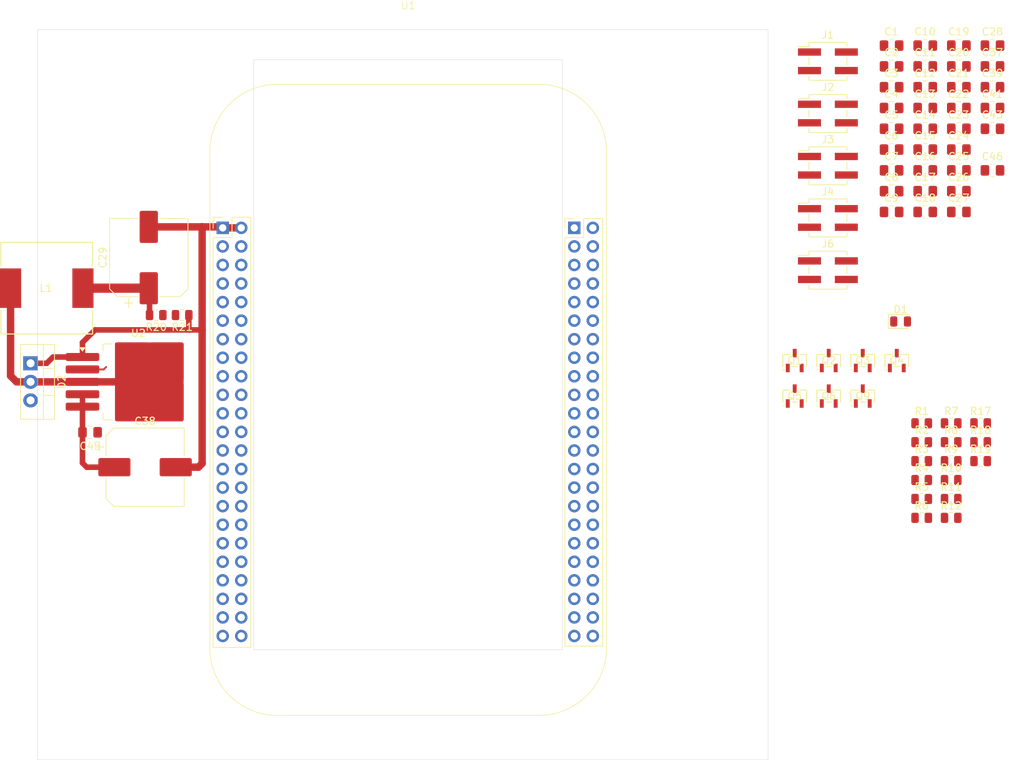
<source format=kicad_pcb>
(kicad_pcb (version 20241229) (generator "pcbnew") (generator_version "9.0")
  (layers (0 "F.Cu" signal) (2 "B.Cu" signal) (13 "F.Paste" user) (15 "B.Paste" user) (5 "F.SilkS" user "F.Silkscreen") (7 "B.SilkS" user "B.Silkscreen") (1 "F.Mask" user) (3 "B.Mask" user) (25 "Edge.Cuts" user))
  (net 0 "")
  (net 1 "+5V")
  (net 2 "GND")
  (net 3 "+3.3V")
  (net 4 "VCC")
  (net 5 "Net-(D1-A)")
  (net 7 "Net-(U2-SW)")
  (net 8 "MPU6050_I2C_SCL")
  (net 9 "MPU6050_I2C_SDA")
  (net 10 "PCA9685_I2C_SCL")
  (net 11 "PCA9685_I2C_SDA")
  (net 12 "HCSR04_TRIG")
  (net 13 "HCSR04_ECHO")
  (net 15 "FAN_PWM1A")
  (net 16 "BBAI_I2C_SCL")
  (net 17 "BBAI_I2C_SDA")
  (net 18 "BBAI_TRIG")
  (net 19 "BBAI_ECHO")
  (net 20 "BBAI_PWM1A")
  (net 21 "Net-(U1-GPIO0_26)")
  (net 22 "Net-(U2-FB)")
  (footprint "automative_hexapod:SOT23" (layer "F.Cu") (at 217.2465 85.4054)
    (property "Reference" "Q3" (at 0 0 0) (layer "F.SilkS"))
    (property "Value" "LN2302LT1G" (hide yes))
    (pad "1" smd rect (at -0.950001 1.016) (size 0.5334 1.1684) (layers "F.Cu" "F.Mask" "F.Paste") (net 3 "+3.3V"))
    (pad "2" smd rect (at 0.950001 1.016) (size 0.5334 1.1684) (layers "F.Cu" "F.Mask" "F.Paste") (net 16 "BBAI_I2C_SCL"))
    (pad "3" smd rect (at 0 -1.016) (size 0.5334 1.1684) (layers "F.Cu" "F.Mask" "F.Paste") (net 10 "PCA9685_I2C_SCL"))
  )
  (footprint "automative_hexapod:Ceramic_Cap_0805" (layer "F.Cu") (at 230.3896 48.0238)
    (property "Reference" "C21" (at 0 -1.9558 0) (layer "F.SilkS"))
    (property "Value" "10uF/16V")
    (pad "1" smd roundrect (at -1.0215 -0.0508) (size 1.175 1.45) (layers "F.Cu" "F.Mask" "F.Paste") (roundrect_rratio 0.212766) (net 2 "GND"))
    (pad "2" smd roundrect (at 1.0535 -0.0508) (size 1.175 1.45) (layers "F.Cu" "F.Mask" "F.Paste") (roundrect_rratio 0.212766) (net 3 "+3.3V"))
  )
  (footprint "automative_hexapod:Ceramic_Cap_0805" (layer "F.Cu") (at 234.9956 59.4126)
    (property "Reference" "C46" (at 0 -1.9558 0) (layer "F.SilkS"))
    (property "Value" "1uF/16V")
    (pad "1" smd roundrect (at -1.0215 -0.0508) (size 1.175 1.45) (layers "F.Cu" "F.Mask" "F.Paste") (roundrect_rratio 0.212766) (net 2 "GND"))
    (pad "2" smd roundrect (at 1.0535 -0.0508) (size 1.175 1.45) (layers "F.Cu" "F.Mask" "F.Paste") (roundrect_rratio 0.212766) (net 1 "+5V"))
  )
  (footprint "automative_hexapod:Res_0805" (layer "F.Cu") (at 225.3175 96.58)
    (property "Reference" "R2" (at 0 -1.65 0) (layer "F.SilkS"))
    (property "Value" "10K/1%/1/8W")
    (pad "1" smd roundrect (at -0.9125 0) (size 1.025 1.4) (layers "F.Cu" "F.Mask" "F.Paste") (roundrect_rratio 0.243902) (net 8 "MPU6050_I2C_SCL"))
    (pad "2" smd roundrect (at 0.9125 0) (size 1.025 1.4) (layers "F.Cu" "F.Mask" "F.Paste") (roundrect_rratio 0.243902) (net 1 "+5V"))
  )
  (footprint "automative_hexapod:Ceramic_Cap_0805" (layer "F.Cu") (at 230.3896 50.871)
    (property "Reference" "C22" (at 0 -1.9558 0) (layer "F.SilkS"))
    (property "Value" "10uF/16V")
    (pad "1" smd roundrect (at -1.0215 -0.0508) (size 1.175 1.45) (layers "F.Cu" "F.Mask" "F.Paste") (roundrect_rratio 0.212766) (net 2 "GND"))
    (pad "2" smd roundrect (at 1.0535 -0.0508) (size 1.175 1.45) (layers "F.Cu" "F.Mask" "F.Paste") (roundrect_rratio 0.212766) (net 3 "+3.3V"))
  )
  (footprint "automative_hexapod:Res_0805" (layer "F.Cu") (at 229.3525 106.94)
    (property "Reference" "R12" (at 0 -1.65 0) (layer "F.SilkS"))
    (property "Value" "10K/1%/1/8W")
    (pad "1" smd roundrect (at -0.9125 0) (size 1.025 1.4) (layers "F.Cu" "F.Mask" "F.Paste") (roundrect_rratio 0.243902) (net 13 "HCSR04_ECHO"))
    (pad "2" smd roundrect (at 0.9125 0) (size 1.025 1.4) (layers "F.Cu" "F.Mask" "F.Paste") (roundrect_rratio 0.243902) (net 1 "+5V"))
  )
  (footprint "automative_hexapod:Res_0805" (layer "F.Cu") (at 229.3525 99.17)
    (property "Reference" "R9" (at 0 -1.65 0) (layer "F.SilkS"))
    (property "Value" "10K/1%/1/8W")
    (pad "1" smd roundrect (at -0.9125 0) (size 1.025 1.4) (layers "F.Cu" "F.Mask" "F.Paste") (roundrect_rratio 0.243902) (net 18 "BBAI_TRIG"))
    (pad "2" smd roundrect (at 0.9125 0) (size 1.025 1.4) (layers "F.Cu" "F.Mask" "F.Paste") (roundrect_rratio 0.243902) (net 3 "+3.3V"))
  )
  (footprint "automative_hexapod:Ceramic_Cap_0805" (layer "F.Cu") (at 230.3896 42.3294)
    (property "Reference" "C19" (at 0 -1.9558 0) (layer "F.SilkS"))
    (property "Value" "100nF/50V")
    (pad "1" smd roundrect (at -1.0215 -0.0508) (size 1.175 1.45) (layers "F.Cu" "F.Mask" "F.Paste") (roundrect_rratio 0.212766) (net 2 "GND"))
    (pad "2" smd roundrect (at 1.0535 -0.0508) (size 1.175 1.45) (layers "F.Cu" "F.Mask" "F.Paste") (roundrect_rratio 0.212766) (net 1 "+5V"))
  )
  (footprint "automative_hexapod:Ceramic_Cap_0805" (layer "F.Cu") (at 225.7836 48.0238)
    (property "Reference" "C12" (at 0 -1.9558 0) (layer "F.SilkS"))
    (property "Value" "100nF/50V")
    (pad "1" smd roundrect (at -1.0215 -0.0508) (size 1.175 1.45) (layers "F.Cu" "F.Mask" "F.Paste") (roundrect_rratio 0.212766) (net 2 "GND"))
    (pad "2" smd roundrect (at 1.0535 -0.0508) (size 1.175 1.45) (layers "F.Cu" "F.Mask" "F.Paste") (roundrect_rratio 0.212766) (net 1 "+5V"))
  )
  (footprint "automative_hexapod:Ceramic_Cap_0805" (layer "F.Cu") (at 230.3896 53.7182)
    (property "Reference" "C23" (at 0 -1.9558 0) (layer "F.SilkS"))
    (property "Value" "100nF/50V")
    (pad "1" smd roundrect (at -1.0215 -0.0508) (size 1.175 1.45) (layers "F.Cu" "F.Mask" "F.Paste") (roundrect_rratio 0.212766) (net 2 "GND"))
    (pad "2" smd roundrect (at 1.0535 -0.0508) (size 1.175 1.45) (layers "F.Cu" "F.Mask" "F.Paste") (roundrect_rratio 0.212766) (net 3 "+3.3V"))
  )
  (footprint "automative_hexapod:Res_0805" (layer "F.Cu") (at 233.3875 93.99)
    (property "Reference" "R17" (at 0 -1.65 0) (layer "F.SilkS"))
    (property "Value" "10K/1%/1/8W")
    (pad "1" smd roundrect (at -0.9125 0) (size 1.025 1.4) (layers "F.Cu" "F.Mask" "F.Paste") (roundrect_rratio 0.243902) (net 20 "BBAI_PWM1A"))
    (pad "2" smd roundrect (at 0.9125 0) (size 1.025 1.4) (layers "F.Cu" "F.Mask" "F.Paste") (roundrect_rratio 0.243902) (net 3 "+3.3V"))
  )
  (footprint "automative_hexapod:IND_CDRH127_LDNP-470MC_SUM" (layer "F.Cu") (at 105.517 75.491)
    (property "Reference" "L1" (at -0.1016 0 0) (layer "F.SilkS"))
    (property "Value" "27uH 5.7A" (hide yes))
    (pad "1" smd rect (at -4.953 0) (size 2.8956 5.4102) (layers "F.Cu" "F.Mask" "F.Paste") (net 7 "Net-(U2-SW)"))
    (pad "2" smd rect (at 4.953 0) (size 2.8956 5.4102) (layers "F.Cu" "F.Mask" "F.Paste") (net 1 "+5V"))
  )
  (footprint "automative_hexapod:PinHeader_2x02_P2.54mm_Vertical_SMD" (layer "F.Cu") (at 212.475 51.58)
    (property "Reference" "J2" (at 0 -3.6 0) (layer "F.SilkS"))
    (property "Value" "Conn_02x02")
    (pad "1" smd rect (at -2.525 -1.27) (size 3.15 1) (layers "F.Cu" "F.Mask" "F.Paste") (net 10 "PCA9685_I2C_SCL"))
    (pad "2" smd rect (at 2.525 -1.27) (size 3.15 1) (layers "F.Cu" "F.Mask" "F.Paste") (net 1 "+5V"))
    (pad "3" smd rect (at -2.525 1.27) (size 3.15 1) (layers "F.Cu" "F.Mask" "F.Paste") (net 11 "PCA9685_I2C_SDA"))
    (pad "4" smd rect (at 2.525 1.27) (size 3.15 1) (layers "F.Cu" "F.Mask" "F.Paste") (net 2 "GND"))
  )
  (footprint "automative_hexapod:Ceramic_Cap_0805" (layer "F.Cu") (at 225.7836 59.4126)
    (property "Reference" "C16" (at 0 -1.9558 0) (layer "F.SilkS"))
    (property "Value" "100nF/50V")
    (pad "1" smd roundrect (at -1.0215 -0.0508) (size 1.175 1.45) (layers "F.Cu" "F.Mask" "F.Paste") (roundrect_rratio 0.212766) (net 2 "GND"))
    (pad "2" smd roundrect (at 1.0535 -0.0508) (size 1.175 1.45) (layers "F.Cu" "F.Mask" "F.Paste") (roundrect_rratio 0.212766) (net 3 "+3.3V"))
  )
  (footprint "automative_hexapod:SOT23" (layer "F.Cu") (at 212.5889 90.2662)
    (property "Reference" "Q6" (at 0 0 0) (layer "F.SilkS"))
    (property "Value" "LN2302LT1G" (hide yes))
    (pad "1" smd rect (at -0.950001 1.016) (size 0.5334 1.1684) (layers "F.Cu" "F.Mask" "F.Paste") (net 3 "+3.3V"))
    (pad "2" smd rect (at 0.950001 1.016) (size 0.5334 1.1684) (layers "F.Cu" "F.Mask" "F.Paste") (net 19 "BBAI_ECHO"))
    (pad "3" smd rect (at 0 -1.016) (size 0.5334 1.1684) (layers "F.Cu" "F.Mask" "F.Paste") (net 13 "HCSR04_ECHO"))
  )
  (footprint "automative_hexapod:Ceramic_Cap_0805" (layer "F.Cu") (at 221.1776 48.0238)
    (property "Reference" "C3" (at 0 -1.9558 0) (layer "F.SilkS"))
    (property "Value" "10uF/16V")
    (pad "1" smd roundrect (at -1.0215 -0.0508) (size 1.175 1.45) (layers "F.Cu" "F.Mask" "F.Paste") (roundrect_rratio 0.212766) (net 2 "GND"))
    (pad "2" smd roundrect (at 1.0535 -0.0508) (size 1.175 1.45) (layers "F.Cu" "F.Mask" "F.Paste") (roundrect_rratio 0.212766) (net 3 "+3.3V"))
  )
  (footprint "automative_hexapod:Res_0805" (layer "F.Cu") (at 225.3175 104.35)
    (property "Reference" "R5" (at 0 -1.65 0) (layer "F.SilkS"))
    (property "Value" "10K/1%/1/8W")
    (pad "1" smd roundrect (at -0.9125 0) (size 1.025 1.4) (layers "F.Cu" "F.Mask" "F.Paste") (roundrect_rratio 0.243902) (net 16 "BBAI_I2C_SCL"))
    (pad "2" smd roundrect (at 0.9125 0) (size 1.025 1.4) (layers "F.Cu" "F.Mask" "F.Paste") (roundrect_rratio 0.243902) (net 3 "+3.3V"))
  )
  (footprint "automative_hexapod:SOT23" (layer "F.Cu") (at 212.5889 85.4054)
    (property "Reference" "Q2" (at 0 0 0) (layer "F.SilkS"))
    (property "Value" "LN2302LT1G" (hide yes))
    (pad "1" smd rect (at -0.950001 1.016) (size 0.5334 1.1684) (layers "F.Cu" "F.Mask" "F.Paste") (net 3 "+3.3V"))
    (pad "2" smd rect (at 0.950001 1.016) (size 0.5334 1.1684) (layers "F.Cu" "F.Mask" "F.Paste") (net 17 "BBAI_I2C_SDA"))
    (pad "3" smd rect (at 0 -1.016) (size 0.5334 1.1684) (layers "F.Cu" "F.Mask" "F.Paste") (net 9 "MPU6050_I2C_SDA"))
  )
  (footprint "automative_hexapod:Ceramic_Cap_0805" (layer "F.Cu") (at 234.9956 48.0238)
    (property "Reference" "C39" (at 0 -1.9558 0) (layer "F.SilkS"))
    (property "Value" "100nF/50V")
    (pad "1" smd roundrect (at -1.0215 -0.0508) (size 1.175 1.45) (layers "F.Cu" "F.Mask" "F.Paste") (roundrect_rratio 0.212766) (net 2 "GND"))
    (pad "2" smd roundrect (at 1.0535 -0.0508) (size 1.175 1.45) (layers "F.Cu" "F.Mask" "F.Paste") (roundrect_rratio 0.212766) (net 3 "+3.3V"))
  )
  (footprint "automative_hexapod:Ceramic_Cap_0805" (layer "F.Cu") (at 230.3896 62.2598)
    (property "Reference" "C26" (at 0 -1.9558 0) (layer "F.SilkS"))
    (property "Value" "10uF/16V")
    (pad "1" smd roundrect (at -1.0215 -0.0508) (size 1.175 1.45) (layers "F.Cu" "F.Mask" "F.Paste") (roundrect_rratio 0.212766) (net 2 "GND"))
    (pad "2" smd roundrect (at 1.0535 -0.0508) (size 1.175 1.45) (layers "F.Cu" "F.Mask" "F.Paste") (roundrect_rratio 0.212766) (net 1 "+5V"))
  )
  (footprint "automative_hexapod:Ceramic_Cap_0805" (layer "F.Cu") (at 225.7836 62.2598)
    (property "Reference" "C17" (at 0 -1.9558 0) (layer "F.SilkS"))
    (property "Value" "10uF/16V")
    (pad "1" smd roundrect (at -1.0215 -0.0508) (size 1.175 1.45) (layers "F.Cu" "F.Mask" "F.Paste") (roundrect_rratio 0.212766) (net 2 "GND"))
    (pad "2" smd roundrect (at 1.0535 -0.0508) (size 1.175 1.45) (layers "F.Cu" "F.Mask" "F.Paste") (roundrect_rratio 0.212766) (net 1 "+5V"))
  )
  (footprint "automative_hexapod:Ceramic_Cap_0805" (layer "F.Cu") (at 221.1776 65.107)
    (property "Reference" "C9" (at 0 -1.9558 0) (layer "F.SilkS"))
    (property "Value" "10uF/16V")
    (pad "1" smd roundrect (at -1.0215 -0.0508) (size 1.175 1.45) (layers "F.Cu" "F.Mask" "F.Paste") (roundrect_rratio 0.212766) (net 2 "GND"))
    (pad "2" smd roundrect (at 1.0535 -0.0508) (size 1.175 1.45) (layers "F.Cu" "F.Mask" "F.Paste") (roundrect_rratio 0.212766) (net 3 "+3.3V"))
  )
  (footprint "automative_hexapod:Ceramic_Cap_0805" (layer "F.Cu") (at 221.1776 45.1766)
    (property "Reference" "C2" (at 0 -1.9558 0) (layer "F.SilkS"))
    (property "Value" "100nF/50V")
    (pad "1" smd roundrect (at -1.0215 -0.0508) (size 1.175 1.45) (layers "F.Cu" "F.Mask" "F.Paste") (roundrect_rratio 0.212766) (net 2 "GND"))
    (pad "2" smd roundrect (at 1.0535 -0.0508) (size 1.175 1.45) (layers "F.Cu" "F.Mask" "F.Paste") (roundrect_rratio 0.212766) (net 1 "+5V"))
  )
  (footprint "automative_hexapod:Res_0805" (layer "F.Cu") (at 225.3175 93.99)
    (property "Reference" "R1" (at 0 -1.65 0) (layer "F.SilkS"))
    (property "Value" "10K/1%/1/8W")
    (pad "1" smd roundrect (at -0.9125 0) (size 1.025 1.4) (layers "F.Cu" "F.Mask" "F.Paste") (roundrect_rratio 0.243902) (net 16 "BBAI_I2C_SCL"))
    (pad "2" smd roundrect (at 0.9125 0) (size 1.025 1.4) (layers "F.Cu" "F.Mask" "F.Paste") (roundrect_rratio 0.243902) (net 3 "+3.3V"))
  )
  (footprint "automative_hexapod:Ceramic_Cap_0805" (layer "F.Cu") (at 230.3896 59.4126)
    (property "Reference" "C25" (at 0 -1.9558 0) (layer "F.SilkS"))
    (property "Value" "10uF/16V")
    (pad "1" smd roundrect (at -1.0215 -0.0508) (size 1.175 1.45) (layers "F.Cu" "F.Mask" "F.Paste") (roundrect_rratio 0.212766) (net 2 "GND"))
    (pad "2" smd roundrect (at 1.0535 -0.0508) (size 1.175 1.45) (layers "F.Cu" "F.Mask" "F.Paste") (roundrect_rratio 0.212766) (net 1 "+5V"))
  )
  (footprint "automative_hexapod:Ceramic_Cap_0805" (layer "F.Cu") (at 221.1776 42.3294)
    (property "Reference" "C1" (at 0 -1.9558 0) (layer "F.SilkS"))
    (property "Value" "10uF/16V")
    (pad "1" smd roundrect (at -1.0215 -0.0508) (size 1.175 1.45) (layers "F.Cu" "F.Mask" "F.Paste") (roundrect_rratio 0.212766) (net 2 "GND"))
    (pad "2" smd roundrect (at 1.0535 -0.0508) (size 1.175 1.45) (layers "F.Cu" "F.Mask" "F.Paste") (roundrect_rratio 0.212766) (net 1 "+5V"))
  )
  (footprint "automative_hexapod:Ceramic_Cap_0805" (layer "F.Cu") (at 234.9956 53.7182)
    (property "Reference" "C43" (at 0 -1.9558 0) (layer "F.SilkS"))
    (property "Value" "100nF/50V")
    (pad "1" smd roundrect (at -1.0215 -0.0508) (size 1.175 1.45) (layers "F.Cu" "F.Mask" "F.Paste") (roundrect_rratio 0.212766) (net 2 "GND"))
    (pad "2" smd roundrect (at 1.0535 -0.0508) (size 1.175 1.45) (layers "F.Cu" "F.Mask" "F.Paste") (roundrect_rratio 0.212766) (net 1 "+5V"))
  )
  (footprint "automative_hexapod:SOT23" (layer "F.Cu") (at 207.9313 90.2662)
    (property "Reference" "Q5" (at 0 0 0) (layer "F.SilkS"))
    (property "Value" "LN2302LT1G" (hide yes))
    (pad "1" smd rect (at -0.950001 1.016) (size 0.5334 1.1684) (layers "F.Cu" "F.Mask" "F.Paste") (net 3 "+3.3V"))
    (pad "2" smd rect (at 0.950001 1.016) (size 0.5334 1.1684) (layers "F.Cu" "F.Mask" "F.Paste") (net 18 "BBAI_TRIG"))
    (pad "3" smd rect (at 0 -1.016) (size 0.5334 1.1684) (layers "F.Cu" "F.Mask" "F.Paste") (net 12 "HCSR04_TRIG"))
  )
  (footprint "automative_hexapod:Ceramic_Cap_0805" (layer "F.Cu") (at 230.3896 56.5654)
    (property "Reference" "C24" (at 0 -1.9558 0) (layer "F.SilkS"))
    (property "Value" "100nF/50V")
    (pad "1" smd roundrect (at -1.0215 -0.0508) (size 1.175 1.45) (layers "F.Cu" "F.Mask" "F.Paste") (roundrect_rratio 0.212766) (net 2 "GND"))
    (pad "2" smd roundrect (at 1.0535 -0.0508) (size 1.175 1.45) (layers "F.Cu" "F.Mask" "F.Paste") (roundrect_rratio 0.212766) (net 3 "+3.3V"))
  )
  (footprint "automative_hexapod:Res_0805" (layer "F.Cu") (at 229.3525 101.76)
    (property "Reference" "R10" (at 0 -1.65 0) (layer "F.SilkS"))
    (property "Value" "10K/1%/1/8W")
    (pad "1" smd roundrect (at -0.9125 0) (size 1.025 1.4) (layers "F.Cu" "F.Mask" "F.Paste") (roundrect_rratio 0.243902) (net 19 "BBAI_ECHO"))
    (pad "2" smd roundrect (at 0.9125 0) (size 1.025 1.4) (layers "F.Cu" "F.Mask" "F.Paste") (roundrect_rratio 0.243902) (net 3 "+3.3V"))
  )
  (footprint "automative_hexapod:Res_0805" (layer "F.Cu") (at 233.3875 99.17)
    (property "Reference" "R19" (at 0 -1.65 0) (layer "F.SilkS"))
    (property "Value" "10K/1%/1/8W")
    (pad "1" smd roundrect (at -0.9125 0) (size 1.025 1.4) (layers "F.Cu" "F.Mask" "F.Paste") (roundrect_rratio 0.243902) (net 15 "FAN_PWM1A"))
    (pad "2" smd roundrect (at 0.9125 0) (size 1.025 1.4) (layers "F.Cu" "F.Mask" "F.Paste") (roundrect_rratio 0.243902) (net 1 "+5V"))
  )
  (footprint "automative_hexapod:Ceramic_Cap_0805" (layer "F.Cu") (at 230.3896 65.107)
    (property "Reference" "C27" (at 0 -1.9558 0) (layer "F.SilkS"))
    (property "Value" "100nF/50V")
    (pad "1" smd roundrect (at -1.0215 -0.0508) (size 1.175 1.45) (layers "F.Cu" "F.Mask" "F.Paste") (roundrect_rratio 0.212766) (net 2 "GND"))
    (pad "2" smd roundrect (at 1.0535 -0.0508) (size 1.175 1.45) (layers "F.Cu" "F.Mask" "F.Paste") (roundrect_rratio 0.212766) (net 1 "+5V"))
  )
  (footprint "automative_hexapod:Ceramic_Cap_0805" (layer "F.Cu") (at 230.3896 45.1766)
    (property "Reference" "C20" (at 0 -1.9558 0) (layer "F.SilkS"))
    (property "Value" "100nF/50V")
    (pad "1" smd roundrect (at -1.0215 -0.0508) (size 1.175 1.45) (layers "F.Cu" "F.Mask" "F.Paste") (roundrect_rratio 0.212766) (net 2 "GND"))
    (pad "2" smd roundrect (at 1.0535 -0.0508) (size 1.175 1.45) (layers "F.Cu" "F.Mask" "F.Paste") (roundrect_rratio 0.212766) (net 1 "+5V"))
  )
  (footprint "automative_hexapod:PinHeader_2x02_P2.54mm_Vertical_SMD" (layer "F.Cu") (at 212.475 44.43)
    (property "Reference" "J1" (at 0 -3.6 0) (layer "F.SilkS"))
    (property "Value" "Conn_02x02")
    (pad "1" smd rect (at -2.525 -1.27) (size 3.15 1) (layers "F.Cu" "F.Mask" "F.Paste") (net 8 "MPU6050_I2C_SCL"))
    (pad "2" smd rect (at 2.525 -1.27) (size 3.15 1) (layers "F.Cu" "F.Mask" "F.Paste") (net 1 "+5V"))
    (pad "3" smd rect (at -2.525 1.27) (size 3.15 1) (layers "F.Cu" "F.Mask" "F.Paste") (net 9 "MPU6050_I2C_SDA"))
    (pad "4" smd rect (at 2.525 1.27) (size 3.15 1) (layers "F.Cu" "F.Mask" "F.Paste") (net 2 "GND"))
  )
  (footprint "automative_hexapod:SOT23" (layer "F.Cu") (at 221.9041 85.4054)
    (property "Reference" "Q4" (at 0 0 0) (layer "F.SilkS"))
    (property "Value" "LN2302LT1G" (hide yes))
    (pad "1" smd rect (at -0.950001 1.016) (size 0.5334 1.1684) (layers "F.Cu" "F.Mask" "F.Paste") (net 3 "+3.3V"))
    (pad "2" smd rect (at 0.950001 1.016) (size 0.5334 1.1684) (layers "F.Cu" "F.Mask" "F.Paste") (net 17 "BBAI_I2C_SDA"))
    (pad "3" smd rect (at 0 -1.016) (size 0.5334 1.1684) (layers "F.Cu" "F.Mask" "F.Paste") (net 11 "PCA9685_I2C_SDA"))
  )
  (footprint "automative_hexapod:Ceramic_Cap_0805" (layer "F.Cu") (at 225.7836 42.3294)
    (property "Reference" "C10" (at 0 -1.9558 0) (layer "F.SilkS"))
    (property "Value" "100nF/50V")
    (pad "1" smd roundrect (at -1.0215 -0.0508) (size 1.175 1.45) (layers "F.Cu" "F.Mask" "F.Paste") (roundrect_rratio 0.212766) (net 2 "GND"))
    (pad "2" smd roundrect (at 1.0535 -0.0508) (size 1.175 1.45) (layers "F.Cu" "F.Mask" "F.Paste") (roundrect_rratio 0.212766) (net 3 "+3.3V"))
  )
  (footprint "automative_hexapod:TO-263-5" (layer "F.Cu") (at 118.06 88.318)
    (property "Reference" "U2" (at 0 -6.65 0) (layer "F.SilkS"))
    (property "Value" "XL4005E1")
    (pad "1" smd roundrect (at -7.65 -3.4) (size 4.6 1.1) (layers "F.Cu" "F.Mask" "F.Paste") (roundrect_rratio 0.227273) (net 2 "GND"))
    (pad "2" smd roundrect (at -7.65 -1.7) (size 4.6 1.1) (layers "F.Cu" "F.Mask" "F.Paste") (roundrect_rratio 0.227273) (net 22 "Net-(U2-FB)"))
    (pad "3" smd roundrect (at -7.65 0) (size 4.6 1.1) (layers "F.Cu" "F.Mask" "F.Paste") (roundrect_rratio 0.227273) (net 7 "Net-(U2-SW)"))
    (pad "3" smd roundrect (at -0.925 -2.775) (size 4.55 5.25) (layers "F.Cu" "F.Paste") (roundrect_rratio 0.054945) (net 7 "Net-(U2-SW)"))
    (pad "3" smd roundrect (at -0.925 2.775) (size 4.55 5.25) (layers "F.Cu" "F.Paste") (roundrect_rratio 0.054945) (net 7 "Net-(U2-SW)"))
    (pad "3" smd roundrect (at 1.5 0) (size 9.4 10.8) (layers "F.Cu" "F.Mask") (roundrect_rratio 0.026596) (net 7 "Net-(U2-SW)"))
    (pad "3" smd roundrect (at 3.925 -2.775) (size 4.55 5.25) (layers "F.Cu" "F.Paste") (roundrect_rratio 0.054945) (net 7 "Net-(U2-SW)"))
    (pad "3" smd roundrect (at 3.925 2.775) (size 4.55 5.25) (layers "F.Cu" "F.Paste") (roundrect_rratio 0.054945) (net 7 "Net-(U2-SW)"))
    (pad "4" smd roundrect (at -7.65 1.7) (size 4.6 1.1) (layers "F.Cu" "F.Mask" "F.Paste") (roundrect_rratio 0.227273) (net 4 "VCC"))
    (pad "5" smd roundrect (at -7.65 3.4) (size 4.6 1.1) (layers "F.Cu" "F.Mask" "F.Paste") (roundrect_rratio 0.227273) (net 4 "VCC"))
  )
  (footprint "automative_hexapod:Res_0805" (layer "F.Cu") (at 124.059 79.174 180)
    (property "Reference" "R21" (at 0 -1.65 0) (layer "F.SilkS"))
    (property "Value" "3K/1%/1/8W")
    (pad "1" smd roundrect (at -0.9125 0 180) (size 1.025 1.4) (layers "F.Cu" "F.Mask" "F.Paste") (roundrect_rratio 0.243902) (net 2 "GND"))
    (pad "2" smd roundrect (at 0.9125 0 180) (size 1.025 1.4) (layers "F.Cu" "F.Mask" "F.Paste") (roundrect_rratio 0.243902) (net 22 "Net-(U2-FB)"))
  )
  (footprint "automative_hexapod:Ceramic_Cap_0805" (layer "F.Cu") (at 221.1776 53.7182)
    (property "Reference" "C5" (at 0 -1.9558 0) (layer "F.SilkS"))
    (property "Value" "10uF/16V")
    (pad "1" smd roundrect (at -1.0215 -0.0508) (size 1.175 1.45) (layers "F.Cu" "F.Mask" "F.Paste") (roundrect_rratio 0.212766) (net 2 "GND"))
    (pad "2" smd roundrect (at 1.0535 -0.0508) (size 1.175 1.45) (layers "F.Cu" "F.Mask" "F.Paste") (roundrect_rratio 0.212766) (net 3 "+3.3V"))
  )
  (footprint "automative_hexapod:Res_0805" (layer "F.Cu") (at 229.3525 93.99)
    (property "Reference" "R7" (at 0 -1.65 0) (layer "F.SilkS"))
    (property "Value" "10K/1%/1/8W")
    (pad "1" smd roundrect (at -0.9125 0) (size 1.025 1.4) (layers "F.Cu" "F.Mask" "F.Paste") (roundrect_rratio 0.243902) (net 10 "PCA9685_I2C_SCL"))
    (pad "2" smd roundrect (at 0.9125 0) (size 1.025 1.4) (layers "F.Cu" "F.Mask" "F.Paste") (roundrect_rratio 0.243902) (net 1 "+5V"))
  )
  (footprint "Capacitor_SMD:CP_Elec_10x10.5" (layer "F.Cu") (at 119.487 71.3 90)
    (property "Reference" "C29" (at 0 -6.3 90) (layer "F.SilkS"))
    (property "Value" "330uF/50V")
    (pad "1" smd roundrect (at -4.2 0 90) (size 4.4 2.5) (layers "F.Cu" "F.Mask" "F.Paste") (roundrect_rratio 0.1) (net 1 "+5V"))
    (pad "2" smd roundrect (at 4.2 0 90) (size 4.4 2.5) (layers "F.Cu" "F.Mask" "F.Paste") (roundrect_rratio 0.1) (net 2 "GND"))
  )
  (footprint "Capacitor_SMD:CP_Elec_10x10.5" (layer "F.Cu") (at 118.979 100.002)
    (property "Reference" "C38" (at 0 -6.3 0) (layer "F.SilkS"))
    (property "Value" "220uF/50V")
    (pad "1" smd roundrect (at -4.2 0) (size 4.4 2.5) (layers "F.Cu" "F.Mask" "F.Paste") (roundrect_rratio 0.1) (net 4 "VCC"))
    (pad "2" smd roundrect (at 4.2 0) (size 4.4 2.5) (layers "F.Cu" "F.Mask" "F.Paste") (roundrect_rratio 0.1) (net 2 "GND"))
  )
  (footprint "automative_hexapod:PinHeader_2x02_P2.54mm_Vertical_SMD" (layer "F.Cu") (at 212.475 58.73)
    (property "Reference" "J3" (at 0 -3.6 0) (layer "F.SilkS"))
    (property "Value" "Conn_02x02")
    (pad "1" smd rect (at -2.525 -1.27) (size 3.15 1) (layers "F.Cu" "F.Mask" "F.Paste") (net 10 "PCA9685_I2C_SCL"))
    (pad "2" smd rect (at 2.525 -1.27) (size 3.15 1) (layers "F.Cu" "F.Mask" "F.Paste") (net 1 "+5V"))
    (pad "3" smd rect (at -2.525 1.27) (size 3.15 1) (layers "F.Cu" "F.Mask" "F.Paste") (net 11 "PCA9685_I2C_SDA"))
    (pad "4" smd rect (at 2.525 1.27) (size 3.15 1) (layers "F.Cu" "F.Mask" "F.Paste") (net 2 "GND"))
  )
  (footprint "automative_hexapod:Res_0805" (layer "F.Cu") (at 229.3525 96.58)
    (property "Reference" "R8" (at 0 -1.65 0) (layer "F.SilkS"))
    (property "Value" "10K/1%/1/8W")
    (pad "1" smd roundrect (at -0.9125 0) (size 1.025 1.4) (layers "F.Cu" "F.Mask" "F.Paste") (roundrect_rratio 0.243902) (net 11 "PCA9685_I2C_SDA"))
    (pad "2" smd roundrect (at 0.9125 0) (size 1.025 1.4) (layers "F.Cu" "F.Mask" "F.Paste") (roundrect_rratio 0.243902) (net 1 "+5V"))
  )
  (footprint "automative_hexapod:Ceramic_Cap_0805" (layer "F.Cu") (at 225.7836 50.871)
    (property "Reference" "C13" (at 0 -1.9558 0) (layer "F.SilkS"))
    (property "Value" "10uF/16V")
    (pad "1" smd roundrect (at -1.0215 -0.0508) (size 1.175 1.45) (layers "F.Cu" "F.Mask" "F.Paste") (roundrect_rratio 0.212766) (net 2 "GND"))
    (pad "2" smd roundrect (at 1.0535 -0.0508) (size 1.175 1.45) (layers "F.Cu" "F.Mask" "F.Paste") (roundrect_rratio 0.212766) (net 3 "+3.3V"))
  )
  (footprint "automative_hexapod:Res_0805" (layer "F.Cu") (at 233.3875 96.58)
    (property "Reference" "R18" (at 0 -1.65 0) (layer "F.SilkS"))
    (property "Value" "1K/1%/1/8W")
    (pad "1" smd roundrect (at -0.9125 0) (size 1.025 1.4) (layers "F.Cu" "F.Mask" "F.Paste") (roundrect_rratio 0.243902) (net 21 "Net-(U1-GPIO0_26)"))
    (pad "2" smd roundrect (at 0.9125 0) (size 1.025 1.4) (layers "F.Cu" "F.Mask" "F.Paste") (roundrect_rratio 0.243902) (net 5 "Net-(D1-A)"))
  )
  (footprint "automative_hexapod:Res_0805" (layer "F.Cu") (at 225.3175 106.94)
    (property "Reference" "R6" (at 0 -1.65 0) (layer "F.SilkS"))
    (property "Value" "10K/1%/1/8W")
    (pad "1" smd roundrect (at -0.9125 0) (size 1.025 1.4) (layers "F.Cu" "F.Mask" "F.Paste") (roundrect_rratio 0.243902) (net 17 "BBAI_I2C_SDA"))
    (pad "2" smd roundrect (at 0.9125 0) (size 1.025 1.4) (layers "F.Cu" "F.Mask" "F.Paste") (roundrect_rratio 0.243902) (net 3 "+3.3V"))
  )
  (footprint "automative_hexapod:Res_0805" (layer "F.Cu") (at 225.3175 101.76)
    (property "Reference" "R4" (at 0 -1.65 0) (layer "F.SilkS"))
    (property "Value" "10K/1%/1/8W")
    (pad "1" smd roundrect (at -0.9125 0) (size 1.025 1.4) (layers "F.Cu" "F.Mask" "F.Paste") (roundrect_rratio 0.243902) (net 9 "MPU6050_I2C_SDA"))
    (pad "2" smd roundrect (at 0.9125 0) (size 1.025 1.4) (layers "F.Cu" "F.Mask" "F.Paste") (roundrect_rratio 0.243902) (net 1 "+5V"))
  )
  (footprint "automative_hexapod:Ceramic_Cap_0805" (layer "F.Cu") (at 225.7836 45.1766)
    (property "Reference" "C11" (at 0 -1.9558 0) (layer "F.SilkS"))
    (property "Value" "10uF/16V")
    (pad "1" smd roundrect (at -1.0215 -0.0508) (size 1.175 1.45) (layers "F.Cu" "F.Mask" "F.Paste") (roundrect_rratio 0.212766) (net 2 "GND"))
    (pad "2" smd roundrect (at 1.0535 -0.0508) (size 1.175 1.45) (layers "F.Cu" "F.Mask" "F.Paste") (roundrect_rratio 0.212766) (net 1 "+5V"))
  )
  (footprint "automative_hexapod:Res_0805" (layer "F.Cu") (at 229.3525 104.35)
    (property "Reference" "R11" (at 0 -1.65 0) (layer "F.SilkS"))
    (property "Value" "10K/1%/1/8W")
    (pad "1" smd roundrect (at -0.9125 0) (size 1.025 1.4) (layers "F.Cu" "F.Mask" "F.Paste") (roundrect_rratio 0.243902) (net 12 "HCSR04_TRIG"))
    (pad "2" smd roundrect (at 0.9125 0) (size 1.025 1.4) (layers "F.Cu" "F.Mask" "F.Paste") (roundrect_rratio 0.243902) (net 1 "+5V"))
  )
  (footprint "automative_hexapod:SOT23" (layer "F.Cu") (at 207.9313 85.4054)
    (property "Reference" "Q1" (at 0 0 0) (layer "F.SilkS"))
    (property "Value" "LN2302LT1G" (hide yes))
    (pad "1" smd rect (at -0.950001 1.016) (size 0.5334 1.1684) (layers "F.Cu" "F.Mask" "F.Paste") (net 3 "+3.3V"))
    (pad "2" smd rect (at 0.950001 1.016) (size 0.5334 1.1684) (layers "F.Cu" "F.Mask" "F.Paste") (net 16 "BBAI_I2C_SCL"))
    (pad "3" smd rect (at 0 -1.016) (size 0.5334 1.1684) (layers "F.Cu" "F.Mask" "F.Paste") (net 8 "MPU6050_I2C_SCL"))
  )
  (footprint "automative_hexapod:BeagleBone_AI" (layer "F.Cu") (at 155.01 95.176)
    (property "Reference" "U1" (at 0 -58.38 0) (layer "F.SilkS") (effects (font (thickness 0.1))))
    (property "Value" "~")
    (pad "P8_1" thru_hole rect (at 22.74 -27.94) (size 1.7 1.7) (drill 1) (layers "*.Cu" "*.Mask"))
    (pad "P8_2" thru_hole oval (at 25.28 -27.94) (size 1.7 1.7) (drill 1) (layers "*.Cu" "*.Mask"))
    (pad "P8_3" thru_hole oval (at 22.74 -25.4) (size 1.7 1.7) (drill 1) (layers "*.Cu" "*.Mask"))
    (pad "P8_4" thru_hole oval (at 25.28 -25.4) (size 1.7 1.7) (drill 1) (layers "*.Cu" "*.Mask"))
    (pad "P8_5" thru_hole oval (at 22.74 -22.86) (size 1.7 1.7) (drill 1) (layers "*.Cu" "*.Mask"))
    (pad "P8_6" thru_hole oval (at 25.28 -22.86) (size 1.7 1.7) (drill 1) (layers "*.Cu" "*.Mask"))
    (pad "P8_7" thru_hole oval (at 22.74 -20.32) (size 1.7 1.7) (drill 1) (layers "*.Cu" "*.Mask"))
    (pad "P8_8" thru_hole oval (at 25.28 -20.32) (size 1.7 1.7) (drill 1) (layers "*.Cu" "*.Mask"))
    (pad "P8_9" thru_hole oval (at 22.74 -17.78) (size 1.7 1.7) (drill 1) (layers "*.Cu" "*.Mask"))
    (pad "P8_10" thru_hole oval (at 25.28 -17.78) (size 1.7 1.7) (drill 1) (layers "*.Cu" "*.Mask"))
    (pad "P8_11" thru_hole oval (at 22.74 -15.24) (size 1.7 1.7) (drill 1) (layers "*.Cu" "*.Mask"))
    (pad "P8_12" thru_hole oval (at 25.28 -15.24) (size 1.7 1.7) (drill 1) (layers "*.Cu" "*.Mask"))
    (pad "P8_13" thru_hole oval (at 22.74 -12.7) (size 1.7 1.7) (drill 1) (layers "*.Cu" "*.Mask"))
    (pad "P8_14" thru_hole oval (at 25.28 -12.7) (size 1.7 1.7) (drill 1) (layers "*.Cu" "*.Mask") (net 21 "Net-(U1-GPIO0_26)"))
    (pad "P8_15" thru_hole oval (at 22.74 -10.16) (size 1.7 1.7) (drill 1) (layers "*.Cu" "*.Mask"))
    (pad "P8_16" thru_hole oval (at 25.28 -10.16) (size 1.7 1.7) (drill 1) (layers "*.Cu" "*.Mask"))
    (pad "P8_17" thru_hole oval (at 22.74 -7.62) (size 1.7 1.7) (drill 1) (layers "*.Cu" "*.Mask"))
    (pad "P8_18" thru_hole oval (at 25.28 -7.62) (size 1.7 1.7) (drill 1) (layers "*.Cu" "*.Mask"))
    (pad "P8_19" thru_hole oval (at 22.74 -5.08) (size 1.7 1.7) (drill 1) (layers "*.Cu" "*.Mask"))
    (pad "P8_20" thru_hole oval (at 25.28 -5.08) (size 1.7 1.7) (drill 1) (layers "*.Cu" "*.Mask"))
    (pad "P8_21" thru_hole oval (at 22.74 -2.54) (size 1.7 1.7) (drill 1) (layers "*.Cu" "*.Mask"))
    (pad "P8_22" thru_hole oval (at 25.28 -2.54) (size 1.7 1.7) (drill 1) (layers "*.Cu" "*.Mask"))
    (pad "P8_23" thru_hole oval (at 22.74 0) (size 1.7 1.7) (drill 1) (layers "*.Cu" "*.Mask"))
    (pad "P8_24" thru_hole oval (at 25.28 0) (size 1.7 1.7) (drill 1) (layers "*.Cu" "*.Mask"))
    (pad "P8_25" thru_hole oval (at 22.74 2.54) (size 1.7 1.7) (drill 1) (layers "*.Cu" "*.Mask"))
    (pad "P8_26" thru_hole oval (at 25.28 2.54) (size 1.7 1.7) (drill 1) (layers "*.Cu" "*.Mask"))
    (pad "P8_27" thru_hole oval (at 22.74 5.08) (size 1.7 1.7) (drill 1) (layers "*.Cu" "*.Mask"))
    (pad "P8_28" thru_hole oval (at 25.28 5.08) (size 1.7 1.7) (drill 1) (layers "*.Cu" "*.Mask"))
    (pad "P8_29" thru_hole oval (at 22.74 7.62) (size 1.7 1.7) (drill 1) (layers "*.Cu" "*.Mask"))
    (pad "P8_30" thru_hole oval (at 25.28 7.62) (size 1.7 1.7) (drill 1) (layers "*.Cu" "*.Mask"))
    (pad "P8_31" thru_hole oval (at 22.74 10.16) (size 1.7 1.7) (drill 1) (layers "*.Cu" "*.Mask"))
    (pad "P8_32" thru_hole oval (at 25.28 10.16) (size 1.7 1.7) (drill 1) (layers "*.Cu" "*.Mask"))
    (pad "P8_33" thru_hole oval (at 22.74 12.7) (size 1.7 1.7) (drill 1) (layers "*.Cu" "*.Mask"))
    (pad "P8_34" thru_hole oval (at 25.28 12.7) (size 1.7 1.7) (drill 1) (layers "*.Cu" "*.Mask"))
    (pad "P8_35" thru_hole oval (at 22.74 15.24) (size 1.7 1.7) (drill 1) (layers "*.Cu" "*.Mask"))
    (pad "P8_36" thru_hole oval (at 25.28 15.24) (size 1.7 1.7) (drill 1) (layers "*.Cu" "*.Mask"))
    (pad "P8_37" thru_hole circle (at 22.74 17.78) (size 1.7 1.7) (drill 1) (layers "*.Cu" "*.Mask"))
    (pad "P8_38" thru_hole oval (at 25.28 17.78) (size 1.7 1.7) (drill 1) (layers "*.Cu" "*.Mask"))
    (pad "P8_39" thru_hole oval (at 22.74 20.32) (size 1.7 1.7) (drill 1) (layers "*.Cu" "*.Mask"))
    (pad "P8_40" thru_hole oval (at 25.28 20.32) (size 1.7 1.7) (drill 1) (layers "*.Cu" "*.Mask"))
    (pad "P8_41" thru_hole oval (at 22.74 22.86) (size 1.7 1.7) (drill 1) (layers "*.Cu" "*.Mask"))
    (pad "P8_42" thru_hole oval (at 25.28 22.86) (size 1.7 1.7) (drill 1) (layers "*.Cu" "*.Mask"))
    (pad "P8_43" thru_hole oval (at 22.74 25.4) (size 1.7 1.7) (drill 1) (layers "*.Cu" "*.Mask"))
    (pad "P8_44" thru_hole oval (at 25.28 25.4) (size 1.7 1.7) (drill 1) (layers "*.Cu" "*.Mask"))
    (pad "P8_45" thru_hole oval (at 22.74 27.94) (size 1.7 1.7) (drill 1) (layers "*.Cu" "*.Mask"))
    (pad "P8_46" thru_hole oval (at 25.28 27.94) (size 1.7 1.7) (drill 1) (layers "*.Cu" "*.Mask"))
    (pad "P9_1" thru_hole rect (at -25.4 -27.94) (size 1.7 1.7) (drill 1) (layers "*.Cu" "*.Mask") (net 2 "GND"))
    (pad "P9_2" thru_hole oval (at -22.86 -27.94) (size 1.7 1.7) (drill 1) (layers "*.Cu" "*.Mask") (net 2 "GND"))
    (pad "P9_3" thru_hole oval (at -25.4 -25.4) (size 1.7 1.7) (drill 1) (layers "*.Cu" "*.Mask") (net 3 "+3.3V"))
    (pad "P9_4" thru_hole oval (at -22.86 -25.4) (size 1.7 1.7) (drill 1) (layers "*.Cu" "*.Mask") (net 3 "+3.3V"))
    (pad "P9_5" thru_hole oval (at -25.4 -22.86) (size 1.7 1.7) (drill 1) (layers "*.Cu" "*.Mask") (net 1 "+5V"))
    (pad "P9_6" thru_hole oval (at -22.86 -22.86) (size 1.7 1.7) (drill 1) (layers "*.Cu" "*.Mask") (net 1 "+5V"))
    (pad "P9_7" thru_hole oval (at -25.4 -20.32) (size 1.7 1.7) (drill 1) (layers "*.Cu" "*.Mask"))
    (pad "P9_8" thru_hole oval (at -22.86 -20.32) (size 1.7 1.7) (drill 1) (layers "*.Cu" "*.Mask"))
    (pad "P9_9" thru_hole oval (at -25.4 -17.78) (size 1.7 1.7) (drill 1) (layers "*.Cu" "*.Mask"))
    (pad "P9_10" thru_hole oval (at -22.86 -17.78) (size 1.7 1.7) (drill 1) (layers "*.Cu" "*.Mask"))
    (pad "P9_11" thru_hole oval (at -25.4 -15.24) (size 1.7 1.7) (drill 1) (layers "*.Cu" "*.Mask"))
    (pad "P9_12" thru_hole oval (at -22.86 -15.24) (size 1.7 1.7) (drill 1) (layers "*.Cu" "*.Mask") (net 18 "BBAI_TRIG"))
    (pad "P9_13" thru_hole oval (at -25.4 -12.7) (size 1.7 1.7) (drill 1) (layers "*.Cu" "*.Mask"))
    (pad "P9_14" thru_hole oval (at -22.86 -12.7) (size 1.7 1.7) (drill 1) (layers "*.Cu" "*.Mask") (net 20 "BBAI_PWM1A"))
    (pad "P9_15" thru_hole oval (at -25.4 -10.16) (size 1.7 1.7) (drill 1) (layers "*.Cu" "*.Mask") (net 19 "BBAI_ECHO"))
    (pad "P9_16" thru_hole oval (at -22.86 -10.16) (size 1.7 1.7) (drill 1) (layers "*.Cu" "*.Mask"))
    (pad "P9_17" thru_hole oval (at -25.4 -7.62) (size 1.7 1.7) (drill 1) (layers "*.Cu" "*.Mask"))
    (pad "P9_18" thru_hole oval (at -22.86 -7.62) (size 1.7 1.7) (drill 1) (layers "*.Cu" "*.Mask"))
    (pad "P9_19" thru_hole oval (at -25.4 -5.08) (size 1.7 1.7) (drill 1) (layers "*.Cu" "*.Mask") (net 16 "BBAI_I2C_SCL"))
    (pad "P9_20" thru_hole oval (at -22.86 -5.08) (size 1.7 1.7) (drill 1) (layers "*.Cu" "*.Mask") (net 17 "BBAI_I2C_SDA"))
    (pad "P9_21" thru_hole oval (at -25.4 -2.54) (size 1.7 1.7) (drill 1) (layers "*.Cu" "*.Mask"))
    (pad "P9_22" thru_hole oval (at -22.86 -2.54) (size 1.7 1.7) (drill 1) (layers "*.Cu" "*.Mask"))
    (pad "P9_23" thru_hole oval (at -25.4 0) (size 1.7 1.7) (drill 1) (layers "*.Cu" "*.Mask"))
    (pad "P9_24" thru_hole oval (at -22.86 0) (size 1.7 1.7) (drill 1) (layers "*.Cu" "*.Mask"))
    (pad "P9_25" thru_hole oval (at -25.4 2.54) (size 1.7 1.7) (drill 1) (layers "*.Cu" "*.Mask"))
    (pad "P9_26" thru_hole oval (at -22.86 2.54) (size 1.7 1.7) (drill 1) (layers "*.Cu" "*.Mask"))
    (pad "P9_27" thru_hole oval (at -25.4 5.08) (size 1.7 1.7) (drill 1) (layers "*.Cu" "*.Mask"))
    (pad "P9_28" thru_hole oval (at -22.86 5.08) (size 1.7 1.7) (drill 1) (layers "*.Cu" "*.Mask"))
    (pad "P9_29" thru_hole oval (at -25.4 7.62) (size 1.7 1.7) (drill 1) (layers "*.Cu" "*.Mask"))
    (pad "P9_30" thru_hole oval (at -22.86 7.62) (size 1.7 1.7) (drill 1) (layers "*.Cu" "*.Mask"))
    (pad "P9_31" thru_hole oval (at -25.4 10.16) (size 1.7 1.7) (drill 1) (layers "*.Cu" "*.Mask"))
    (pad "P9_32" thru_hole oval (at -22.86 10.16) (size 1.7 1.7) (drill 1) (layers "*.Cu" "*.Mask"))
    (pad "P9_33" thru_hole oval (at -25.4 12.7) (size 1.7 1.7) (drill 1) (layers "*.Cu" "*.Mask"))
    (pad "P9_34" thru_hole oval (at -22.86 12.7) (size 1.7 1.7) (drill 1) (layers "*.Cu" "*.Mask"))
    (pad "P9_35" thru_hole oval (at -25.4 15.24) (size 1.7 1.7) (drill 1) (layers "*.Cu" "*.Mask"))
    (pad "P9_36" thru_hole oval (at -22.86 15.24) (size 1.7 1.7) (drill 1) (layers "*.Cu" "*.Mask"))
    (pad "P9_37" thru_hole circle (at -25.4 17.78) (size 1.7 1.7) (drill 1) (layers "*.Cu" "*.Mask"))
    (pad "P9_38" thru_hole oval (at -22.86 17.78) (size 1.7 1.7) (drill 1) (layers "*.Cu" "*.Mask"))
    (pad "P9_39" thru_hole oval (at -25.4 20.32) (size 1.7 1.7) (drill 1) (layers "*.Cu" "*.Mask"))
    (pad "P9_40" thru_hole oval (at -22.86 20.32) (size 1.7 1.7) (drill 1) (layers "*.Cu" "*.Mask"))
    (pad "P9_41" thru_hole oval (at -25.4 22.86) (size 1.7 1.7) (drill 1) (layers "*.Cu" "*.Mask"))
    (pad "P9_42" thru_hole oval (at -22.86 22.86) (size 1.7 1.7) (drill 1) (layers "*.Cu" "*.Mask"))
    (pad "P9_43" thru_hole oval (at -25.4 25.4) (size 1.7 1.7) (drill 1) (layers "*.Cu" "*.Mask"))
    (pad "P9_44" thru_hole oval (at -22.86 25.4) (size 1.7 1.7) (drill 1) (layers "*.Cu" "*.Mask"))
    (pad "P9_45" thru_hole oval (at -25.4 27.94) (size 1.7 1.7) (drill 1) (layers "*.Cu" "*.Mask"))
    (pad "P9_46" thru_hole oval (at -22.86 27.94) (size 1.7 1.7) (drill 1) (layers "*.Cu" "*.Mask"))
  )
  (footprint "automative_hexapod:Ceramic_Cap_0805" (layer "F.Cu") (at 225.7836 56.5654)
    (property "Reference" "C15" (at 0 -1.9558 0) (layer "F.SilkS"))
    (property "Value" "100nF/50V")
    (pad "1" smd roundrect (at -1.0215 -0.0508) (size 1.175 1.45) (layers "F.Cu" "F.Mask" "F.Paste") (roundrect_rratio 0.212766) (net 2 "GND"))
    (pad "2" smd roundrect (at 1.0535 -0.0508) (size 1.175 1.45) (layers "F.Cu" "F.Mask" "F.Paste") (roundrect_rratio 0.212766) (net 3 "+3.3V"))
  )
  (footprint "automative_hexapod:Res_0805" (layer "F.Cu") (at 225.3175 99.17)
    (property "Reference" "R3" (at 0 -1.65 0) (layer "F.SilkS"))
    (property "Value" "10K/1%/1/8W")
    (pad "1" smd roundrect (at -0.9125 0) (size 1.025 1.4) (layers "F.Cu" "F.Mask" "F.Paste") (roundrect_rratio 0.243902) (net 17 "BBAI_I2C_SDA"))
    (pad "2" smd roundrect (at 0.9125 0) (size 1.025 1.4) (layers "F.Cu" "F.Mask" "F.Paste") (roundrect_rratio 0.243902) (net 3 "+3.3V"))
  )
  (footprint "automative_hexapod:SOT23" (layer "F.Cu") (at 217.2465 90.2662)
    (property "Reference" "Q9" (at 0 0 0) (layer "F.SilkS"))
    (property "Value" "LN2302LT1G" (hide yes))
    (pad "1" smd rect (at -0.950001 1.016) (size 0.5334 1.1684) (layers "F.Cu" "F.Mask" "F.Paste") (net 3 "+3.3V"))
    (pad "2" smd rect (at 0.950001 1.016) (size 0.5334 1.1684) (layers "F.Cu" "F.Mask" "F.Paste") (net 20 "BBAI_PWM1A"))
    (pad "3" smd rect (at 0 -1.016) (size 0.5334 1.1684) (layers "F.Cu" "F.Mask" "F.Paste") (net 15 "FAN_PWM1A"))
  )
  (footprint "automative_hexapod:Ceramic_Cap_0805" (layer "F.Cu") (at 225.7836 53.7182)
    (property "Reference" "C14" (at 0 -1.9558 0) (layer "F.SilkS"))
    (property "Value" "10uF/16V")
    (pad "1" smd roundrect (at -1.0215 -0.0508) (size 1.175 1.45) (layers "F.Cu" "F.Mask" "F.Paste") (roundrect_rratio 0.212766) (net 2 "GND"))
    (pad "2" smd roundrect (at 1.0535 -0.0508) (size 1.175 1.45) (layers "F.Cu" "F.Mask" "F.Paste") (roundrect_rratio 0.212766) (net 3 "+3.3V"))
  )
  (footprint "automative_hexapod:Ceramic_Cap_0805" (layer "F.Cu") (at 234.9956 45.1766)
    (property "Reference" "C37" (at 0 -1.9558 0) (layer "F.SilkS"))
    (property "Value" "10uF/16V")
    (pad "1" smd roundrect (at -1.0215 -0.0508) (size 1.175 1.45) (layers "F.Cu" "F.Mask" "F.Paste") (roundrect_rratio 0.212766) (net 2 "GND"))
    (pad "2" smd roundrect (at 1.0535 -0.0508) (size 1.175 1.45) (layers "F.Cu" "F.Mask" "F.Paste") (roundrect_rratio 0.212766) (net 3 "+3.3V"))
  )
  (footprint "automative_hexapod:Ceramic_Cap_0805" (layer "F.Cu") (at 221.1776 50.871)
    (property "Reference" "C4" (at 0 -1.9558 0) (layer "F.SilkS"))
    (property "Value" "100nF/50V")
    (pad "1" smd roundrect (at -1.0215 -0.0508) (size 1.175 1.45) (layers "F.Cu" "F.Mask" "F.Paste") (roundrect_rratio 0.212766) (net 2 "GND"))
    (pad "2" smd roundrect (at 1.0535 -0.0508) (size 1.175 1.45) (layers "F.Cu" "F.Mask" "F.Paste") (roundrect_rratio 0.212766) (net 3 "+3.3V"))
  )
  (footprint "automative_hexapod:LED_0805" (layer "F.Cu") (at 222.4275 80.055)
    (property "Reference" "D1" (at 0 -1.65 0) (layer "F.SilkS"))
    (property "Value" "LED_0805")
    (pad "1" smd roundrect (at -0.9375 0) (size 0.975 1.4) (layers "F.Cu" "F.Mask" "F.Paste") (net 2 "GND"))
    (pad "2" smd roundrect (at 0.9375 0) (size 0.975 1.4) (layers "F.Cu" "F.Mask" "F.Paste") (net 5 "Net-(D1-A)"))
  )
  (footprint "automative_hexapod:TO-220-3" (layer "F.Cu") (at 103.302 85.778 -90)
    (property "Reference" "D2" (at 2.54 -4.27 90) (layer "F.SilkS"))
    (property "Value" "MBR20100CT")
    (pad "1" thru_hole rect (at 0 0 270) (size 1.905 2) (drill 1.1) (layers "*.Cu" "*.Mask") (net 2 "GND"))
    (pad "2" thru_hole oval (at 2.54 0 270) (size 1.905 2) (drill 1.1) (layers "*.Cu" "*.Mask") (net 7 "Net-(U2-SW)"))
    (pad "3" thru_hole oval (at 5.08 0 270) (size 1.905 2) (drill 1.1) (layers "*.Cu" "*.Mask"))
  )
  (footprint "automative_hexapod:Ceramic_Cap_0805" (layer "F.Cu") (at 225.7836 65.107)
    (property "Reference" "C18" (at 0 -1.9558 0) (layer "F.SilkS"))
    (property "Value" "10uF/16V")
    (pad "1" smd roundrect (at -1.0215 -0.0508) (size 1.175 1.45) (layers "F.Cu" "F.Mask" "F.Paste") (roundrect_rratio 0.212766) (net 2 "GND"))
    (pad "2" smd roundrect (at 1.0535 -0.0508) (size 1.175 1.45) (layers "F.Cu" "F.Mask" "F.Paste") (roundrect_rratio 0.212766) (net 1 "+5V"))
  )
  (footprint "automative_hexapod:Res_0805" (layer "F.Cu") (at 120.503 79.174 180)
    (property "Reference" "R20" (at 0 -1.65 0) (layer "F.SilkS"))
    (property "Value" "16K/1%/1/8W")
    (pad "1" smd roundrect (at -0.9125 0 180) (size 1.025 1.4) (layers "F.Cu" "F.Mask" "F.Paste") (roundrect_rratio 0.243902) (net 22 "Net-(U2-FB)"))
    (pad "2" smd roundrect (at 0.9125 0 180) (size 1.025 1.4) (layers "F.Cu" "F.Mask" "F.Paste") (roundrect_rratio 0.243902) (net 1 "+5V"))
  )
  (footprint "automative_hexapod:Ceramic_Cap_0805" (layer "F.Cu") (at 221.1776 62.2598)
    (property "Reference" "C8" (at 0 -1.9558 0) (layer "F.SilkS"))
    (property "Value" "100nF/50V")
    (pad "1" smd roundrect (at -1.0215 -0.0508) (size 1.175 1.45) (layers "F.Cu" "F.Mask" "F.Paste") (roundrect_rratio 0.212766) (net 2 "GND"))
    (pad "2" smd roundrect (at 1.0535 -0.0508) (size 1.175 1.45) (layers "F.Cu" "F.Mask" "F.Paste") (roundrect_rratio 0.212766) (net 1 "+5V"))
  )
  (footprint "automative_hexapod:Ceramic_Cap_0805" (layer "F.Cu") (at 221.1776 56.5654)
    (property "Reference" "C6" (at 0 -1.9558 0) (layer "F.SilkS"))
    (property "Value" "100nF/50V")
    (pad "1" smd roundrect (at -1.0215 -0.0508) (size 1.175 1.45) (layers "F.Cu" "F.Mask" "F.Paste") (roundrect_rratio 0.212766) (net 2 "GND"))
    (pad "2" smd roundrect (at 1.0535 -0.0508) (size 1.175 1.45) (layers "F.Cu" "F.Mask" "F.Paste") (roundrect_rratio 0.212766) (net 3 "+3.3V"))
  )
  (footprint "automative_hexapod:Ceramic_Cap_0805" (layer "F.Cu") (at 234.9956 42.3294)
    (property "Reference" "C28" (at 0 -1.9558 0) (layer "F.SilkS"))
    (property "Value" "100nF/50V")
    (pad "1" smd roundrect (at -1.0215 -0.0508) (size 1.175 1.45) (layers "F.Cu" "F.Mask" "F.Paste") (roundrect_rratio 0.212766) (net 2 "GND"))
    (pad "2" smd roundrect (at 1.0535 -0.0508) (size 1.175 1.45) (layers "F.Cu" "F.Mask" "F.Paste") (roundrect_rratio 0.212766) (net 1 "+5V"))
  )
  (footprint "automative_hexapod:Ceramic_Cap_0805" (layer "F.Cu") (at 234.9956 50.871)
    (property "Reference" "C41" (at 0 -1.9558 0) (layer "F.SilkS"))
    (property "Value" "10uF/16V")
    (pad "1" smd roundrect (at -1.0215 -0.0508) (size 1.175 1.45) (layers "F.Cu" "F.Mask" "F.Paste") (roundrect_rratio 0.212766) (net 2 "GND"))
    (pad "2" smd roundrect (at 1.0535 -0.0508) (size 1.175 1.45) (layers "F.Cu" "F.Mask" "F.Paste") (roundrect_rratio 0.212766) (net 1 "+5V"))
  )
  (footprint "automative_hexapod:PinHeader_2x02_P2.54mm_Vertical_SMD" (layer "F.Cu") (at 212.475 73.03)
    (property "Reference" "J6" (at 0 -3.6 0) (layer "F.SilkS"))
    (property "Value" "Conn_02x02")
    (pad "1" smd rect (at -2.525 -1.27) (size 3.15 1) (layers "F.Cu" "F.Mask" "F.Paste") (net 15 "FAN_PWM1A"))
    (pad "2" smd rect (at 2.525 -1.27) (size 3.15 1) (layers "F.Cu" "F.Mask" "F.Paste") (net 1 "+5V"))
    (pad "3" smd rect (at -2.525 1.27) (size 3.15 1) (layers "F.Cu" "F.Mask" "F.Paste"))
    (pad "4" smd rect (at 2.525 1.27) (size 3.15 1) (layers "F.Cu" "F.Mask" "F.Paste") (net 2 "GND"))
  )
  (footprint "automative_hexapod:Ceramic_Cap_0805" (layer "F.Cu") (at 221.1776 59.4126)
    (property "Reference" "C7" (at 0 -1.9558 0) (layer "F.SilkS"))
    (property "Value" "10uF/16V")
    (pad "1" smd roundrect (at -1.0215 -0.0508) (size 1.175 1.45) (layers "F.Cu" "F.Mask" "F.Paste") (roundrect_rratio 0.212766) (net 2 "GND"))
    (pad "2" smd roundrect (at 1.0535 -0.0508) (size 1.175 1.45) (layers "F.Cu" "F.Mask" "F.Paste") (roundrect_rratio 0.212766) (net 1 "+5V"))
  )
  (footprint "automative_hexapod:Ceramic_Cap_0805" (layer "F.Cu") (at 111.4635 95.176 180)
    (property "Reference" "C45" (at 0 -1.9558 0) (layer "F.SilkS"))
    (property "Value" "1uF/16V")
    (pad "1" smd roundrect (at -1.0215 -0.0508 180) (size 1.175 1.45) (layers "F.Cu" "F.Mask" "F.Paste") (roundrect_rratio 0.212766) (net 2 "GND"))
    (pad "2" smd roundrect (at 1.0535 -0.0508 180) (size 1.175 1.45) (layers "F.Cu" "F.Mask" "F.Paste") (roundrect_rratio 0.212766) (net 4 "VCC"))
  )
  (footprint "automative_hexapod:PinHeader_2x02_P2.54mm_Vertical_SMD" (layer "F.Cu") (at 212.475 65.88)
    (property "Reference" "J4" (at 0 -3.6 0) (layer "F.SilkS"))
    (property "Value" "Conn_02x02")
    (pad "1" smd rect (at -2.525 -1.27) (size 3.15 1) (layers "F.Cu" "F.Mask" "F.Paste") (net 12 "HCSR04_TRIG"))
    (pad "2" smd rect (at 2.525 -1.27) (size 3.15 1) (layers "F.Cu" "F.Mask" "F.Paste") (net 1 "+5V"))
    (pad "3" smd rect (at -2.525 1.27) (size 3.15 1) (layers "F.Cu" "F.Mask" "F.Paste") (net 13 "HCSR04_ECHO"))
    (pad "4" smd rect (at 2.525 1.27) (size 3.15 1) (layers "F.Cu" "F.Mask" "F.Paste") (net 2 "GND"))
  )
  (gr_rect (start 104.28 40.084) (end 204.28 140.084) (stroke (width 0.05)) (fill no) (layer "Edge.Cuts"))
  (gr_rect (start 133.87 44.21) (end 176.13 125) (stroke (width 0.05)) (fill no) (layer "Edge.Cuts"))
  (segment (start 119.478 75.491) (end 119.487 75.5) (width 1.27) (layer "F.Cu") (net 1))
  (segment (start 110.47 75.491) (end 119.478 75.491) (width 1.27) (layer "F.Cu") (net 1))
  (segment (start 119.5905 75.6035) (end 119.487 75.5) (width 0.762) (layer "F.Cu") (net 1))
  (segment (start 119.5905 79.174) (end 119.5905 75.6035) (width 0.762) (layer "F.Cu") (net 1))
  (segment (start 129.61 67.236) (end 132.15 67.236) (width 1.016) (layer "F.Cu") (net 2))
  (segment (start 106.377 84.918) (end 110.41 84.918) (width 0.762) (layer "F.Cu") (net 2))
  (segment (start 129.474 67.1) (end 129.61 67.236) (width 1.016) (layer "F.Cu") (net 2))
  (segment (start 105.517 85.778) (end 106.377 84.918) (width 0.762) (layer "F.Cu") (net 2))
  (segment (start 112.133873 81.206) (end 125.015 81.206) (width 0.762) (layer "F.Cu") (net 2))
  (segment (start 124.9715 81.1625) (end 125.015 81.206) (width 0.762) (layer "F.Cu") (net 2))
  (segment (start 126.285 100.002) (end 123.179 100.002) (width 1.016) (layer "F.Cu") (net 2))
  (segment (start 126.793 67.1) (end 126.793 81.206) (width 1.016) (layer "F.Cu") (net 2))
  (segment (start 125.015 81.206) (end 126.793 81.206) (width 0.762) (layer "F.Cu") (net 2))
  (segment (start 119.487 67.1) (end 126.793 67.1) (width 1.016) (layer "F.Cu") (net 2))
  (segment (start 126.793 99.494) (end 126.285 100.002) (width 1.016) (layer "F.Cu") (net 2))
  (segment (start 124.9715 79.174) (end 124.9715 81.1625) (width 0.762) (layer "F.Cu") (net 2))
  (segment (start 126.793 81.206) (end 126.793 99.494) (width 1.016) (layer "F.Cu") (net 2))
  (segment (start 110.41 82.929873) (end 112.133873 81.206) (width 0.762) (layer "F.Cu") (net 2))
  (segment (start 103.302 85.778) (end 105.517 85.778) (width 0.762) (layer "F.Cu") (net 2))
  (segment (start 126.793 67.1) (end 129.474 67.1) (width 1.016) (layer "F.Cu") (net 2))
  (segment (start 110.41 84.918) (end 110.41 82.929873) (width 0.762) (layer "F.Cu") (net 2))
  (segment (start 110.41 99.427) (end 110.41 95.2268) (width 0.762) (layer "F.Cu") (net 4))
  (segment (start 114.779 100.002) (end 110.985 100.002) (width 0.762) (layer "F.Cu") (net 4))
  (segment (start 110.41 90.018) (end 110.41 91.718) (width 0.762) (layer "F.Cu") (net 4))
  (segment (start 110.41 91.718) (end 110.41 95.2268) (width 0.762) (layer "F.Cu") (net 4))
  (segment (start 110.985 100.002) (end 110.41 99.427) (width 0.762) (layer "F.Cu") (net 4))
  (segment (start 103.302 88.318) (end 101.381 88.318) (width 1.016) (layer "F.Cu") (net 7))
  (segment (start 110.41 88.318) (end 103.302 88.318) (width 1.016) (layer "F.Cu") (net 7))
  (segment (start 110.41 88.318) (end 119.56 88.318) (width 1.016) (layer "F.Cu") (net 7))
  (segment (start 100.564 87.501) (end 100.564 75.491) (width 1.016) (layer "F.Cu") (net 7))
  (segment (start 101.381 88.318) (end 100.564 87.501) (width 1.016) (layer "F.Cu") (net 7))
  (segment (start 113.313 86.618) (end 113.645 86.286) (width 0.254) (layer "F.Cu") (net 22))
  (segment (start 110.41 86.618) (end 113.313 86.618) (width 0.254) (layer "F.Cu") (net 22))
)
</source>
